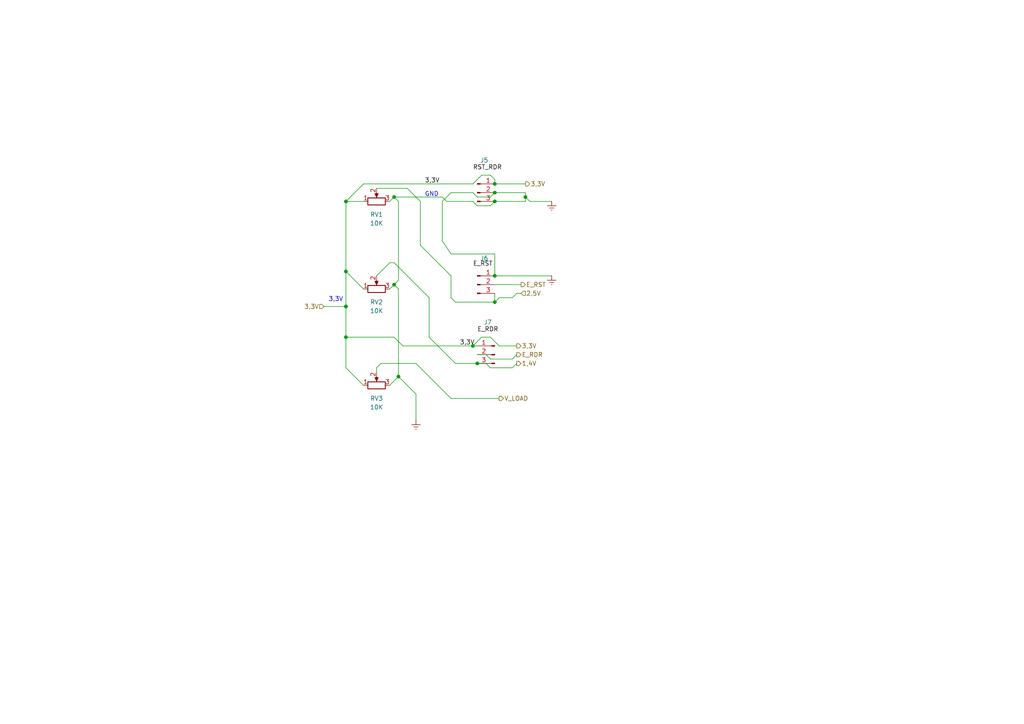
<source format=kicad_sch>
(kicad_sch (version 20250114) (generator "eeschema") (generator_version "9.0")
  (paper "A4")
  (title_block (title "PROJETO IR2_B2_UFAM") (date "07/08/2025") (rev "REV 0") (company "UFAM-UFMG") (comment 1 "1 - Software Proteus substituído pelo Software Kicad 9.0") (comment 2 "2 - Incluído Amplificafor de Instrumentação para reduzir ruídos") (comment 3 "3 - Incluídos conectores para cabos entrelaçados") (comment 4 "4 - Análise de 4 camadas para reduzir ruídos"))
  (lib_symbols
    (symbol "Connector:Conn_01x03_Pin" (pin_names (offset 1.016) (hide yes))
      (property "Reference" "J" (at 0 5.08 0))
      (property "Value" "Conn_01x03_Pin" (at 0 -5.08 0))
      (symbol "Conn_01x03_Pin_1_1"
        (rectangle (start 0.8636 2.667) (end 0 2.413) (stroke (width 0.1524)) (fill (type outline)))
        (rectangle (start 0.8636 0.127) (end 0 -0.127) (stroke (width 0.1524)) (fill (type outline)))
        (rectangle (start 0.8636 -2.413) (end 0 -2.667) (stroke (width 0.1524)) (fill (type outline)))
        (polyline (pts (xy 1.27 2.54) (xy 0.8636 2.54)) (stroke (width 0.1524)))
        (polyline (pts (xy 1.27 0) (xy 0.8636 0)) (stroke (width 0.1524)))
        (polyline (pts (xy 1.27 -2.54) (xy 0.8636 -2.54)) (stroke (width 0.1524)))
        (pin passive line (at 5.08 2.54 180) (length 3.81) (name "Pin_1") (number "1"))
        (pin passive line (at 5.08 0 180) (length 3.81) (name "Pin_2") (number "2"))
        (pin passive line (at 5.08 -2.54 180) (length 3.81) (name "Pin_3") (number "3"))
      )
    )
    (symbol "Device:R_Potentiometer" (pin_names (offset 1.016) (hide yes))
      (property "Reference" "RV" (at -4.445 0 90))
      (property "Value" "R_Potentiometer" (at -2.54 0 90))
      (symbol "R_Potentiometer_0_1"
        (rectangle (start 1.016 2.54) (end -1.016 -2.54) (stroke (width 0.254)))
        (polyline (pts (xy 1.143 0) (xy 2.286 0.508) (xy 2.286 -0.508) (xy 1.143 0)) (fill (type outline)))
        (polyline (pts (xy 2.54 0) (xy 1.524 0)))
      )
      (symbol "R_Potentiometer_1_1"
        (pin passive line (at 0 3.81 270) (length 1.27) (name "1") (number "1"))
        (pin passive line (at 0 -3.81 90) (length 1.27) (name "3") (number "3"))
        (pin passive line (at 3.81 0 180) (length 1.27) (name "2") (number "2"))
      )
    )
    (symbol "power:Earth" (power) (pin_numbers (hide yes)) (pin_names (offset 0) (hide yes))
      (property "Value" "Earth" (at 0 -3.81 0))
      (symbol "Earth_0_1"
        (polyline (pts (xy -0.635 -1.905) (xy 0.635 -1.905)))
        (polyline (pts (xy -0.127 -2.54) (xy 0.127 -2.54)))
        (polyline (pts (xy 0 -1.27) (xy 0 0)))
        (polyline (pts (xy 1.27 -1.27) (xy -1.27 -1.27)))
      )
      (symbol "Earth_1_1"
        (pin power_in line (at 0 0 270) (length 0) (name "~") (number "1"))
      )
    )
  )
  (text "3,3V" (at 95.25 87.63 0) (effects (font (size 1.27 1.27)) (justify left bottom)))
  (text "GND" (at 123.19 57.15 0) (effects (font (size 1.27 1.27)) (justify left bottom)))
  (junction (at 100.33 58.42))
  (junction (at 143.51 58.42))
  (junction (at 100.33 88.9))
  (junction (at 114.3 57.15))
  (junction (at 143.51 53.34))
  (junction (at 152.4 57.15))
  (junction (at 114.3 82.55))
  (junction (at 138.43 105.41))
  (junction (at 143.51 80.01))
  (junction (at 143.51 55.88))
  (junction (at 137.16 100.33))
  (junction (at 115.57 109.22))
  (junction (at 100.33 97.79))
  (junction (at 143.51 87.63))
  (junction (at 100.33 78.74))
  (wire (pts (xy 149.86 100.33) (xy 144.78 100.33)))
  (wire (pts (xy 124.46 86.36) (xy 114.3 76.2)))
  (wire (pts (xy 130.81 55.88) (xy 128.27 58.42)))
  (wire (pts (xy 132.08 87.63) (xy 143.51 87.63)))
  (wire (pts (xy 148.59 86.36) (xy 144.78 86.36)))
  (wire (pts (xy 143.51 82.55) (xy 151.13 82.55)))
  (wire (pts (xy 113.03 83.82) (xy 114.3 82.55)))
  (wire (pts (xy 110.49 105.41) (xy 120.65 105.41)))
  (wire (pts (xy 143.51 80.01) (xy 160.02 80.01)))
  (wire (pts (xy 137.16 53.34) (xy 105.41 53.34)))
  (wire (pts (xy 139.7 97.79) (xy 142.24 97.79)))
  (wire (pts (xy 115.57 81.28) (xy 115.57 58.42)))
  (wire (pts (xy 124.46 97.79) (xy 124.46 86.36)))
  (wire (pts (xy 120.65 114.3) (xy 115.57 109.22)))
  (wire (pts (xy 151.13 85.09) (xy 149.86 85.09)))
  (wire (pts (xy 109.22 54.61) (xy 118.11 54.61)))
  (wire (pts (xy 140.97 105.41) (xy 142.24 106.68)))
  (wire (pts (xy 138.43 57.15) (xy 142.24 57.15)))
  (wire (pts (xy 142.24 106.68) (xy 148.59 106.68)))
  (wire (pts (xy 93.98 88.9) (xy 100.33 88.9)))
  (wire (pts (xy 160.02 58.42) (xy 153.67 58.42)))
  (wire (pts (xy 116.84 100.33) (xy 137.16 100.33)))
  (wire (pts (xy 137.16 55.88) (xy 130.81 55.88)))
  (wire (pts (xy 149.86 85.09) (xy 148.59 86.36)))
  (wire (pts (xy 100.33 97.79) (xy 100.33 106.68)))
  (wire (pts (xy 128.27 58.42) (xy 128.27 69.85)))
  (wire (pts (xy 139.7 50.8) (xy 142.24 50.8)))
  (wire (pts (xy 116.84 100.33) (xy 114.3 97.79)))
  (wire (pts (xy 120.65 121.92) (xy 120.65 114.3)))
  (wire (pts (xy 120.65 105.41) (xy 130.81 115.57)))
  (wire (pts (xy 144.78 86.36) (xy 143.51 87.63)))
  (wire (pts (xy 130.81 115.57) (xy 144.78 115.57)))
  (wire (pts (xy 100.33 88.9) (xy 100.33 97.79)))
  (wire (pts (xy 129.54 58.42) (xy 137.16 58.42)))
  (wire (pts (xy 105.41 53.34) (xy 100.33 58.42)))
  (wire (pts (xy 138.43 102.87) (xy 140.97 102.87)))
  (wire (pts (xy 143.51 52.07) (xy 143.51 53.34)))
  (wire (pts (xy 100.33 58.42) (xy 100.33 78.74)))
  (wire (pts (xy 148.59 104.14) (xy 149.86 102.87)))
  (wire (pts (xy 121.92 58.42) (xy 121.92 71.12)))
  (wire (pts (xy 113.03 111.76) (xy 115.57 109.22)))
  (wire (pts (xy 152.4 55.88) (xy 152.4 57.15)))
  (wire (pts (xy 132.08 105.41) (xy 138.43 105.41)))
  (wire (pts (xy 143.51 53.34) (xy 152.4 53.34)))
  (wire (pts (xy 137.16 55.88) (xy 138.43 57.15)))
  (wire (pts (xy 109.22 107.95) (xy 109.22 106.68)))
  (wire (pts (xy 118.11 54.61) (xy 121.92 58.42)))
  (wire (pts (xy 105.41 111.76) (xy 100.33 106.68)))
  (wire (pts (xy 148.59 106.68) (xy 149.86 105.41)))
  (wire (pts (xy 130.81 73.66) (xy 143.51 73.66)))
  (wire (pts (xy 143.51 73.66) (xy 143.51 80.01)))
  (wire (pts (xy 114.3 76.2) (xy 113.03 76.2)))
  (wire (pts (xy 121.92 71.12) (xy 130.81 80.01)))
  (wire (pts (xy 142.24 50.8) (xy 143.51 52.07)))
  (wire (pts (xy 142.24 59.69) (xy 143.51 58.42)))
  (wire (pts (xy 142.24 97.79) (xy 144.78 100.33)))
  (wire (pts (xy 143.51 55.88) (xy 152.4 55.88)))
  (wire (pts (xy 142.24 57.15) (xy 143.51 55.88)))
  (wire (pts (xy 143.51 58.42) (xy 152.4 58.42)))
  (wire (pts (xy 137.16 100.33) (xy 138.43 100.33)))
  (wire (pts (xy 132.08 105.41) (xy 124.46 97.79)))
  (wire (pts (xy 129.54 58.42) (xy 128.27 57.15)))
  (wire (pts (xy 115.57 83.82) (xy 114.3 82.55)))
  (wire (pts (xy 130.81 86.36) (xy 132.08 87.63)))
  (wire (pts (xy 114.3 57.15) (xy 113.03 58.42)))
  (wire (pts (xy 100.33 78.74) (xy 105.41 83.82)))
  (wire (pts (xy 130.81 80.01) (xy 130.81 86.36)))
  (wire (pts (xy 109.22 106.68) (xy 110.49 105.41)))
  (wire (pts (xy 143.51 87.63) (xy 143.51 85.09)))
  (wire (pts (xy 100.33 97.79) (xy 114.3 97.79)))
  (wire (pts (xy 100.33 78.74) (xy 100.33 88.9)))
  (wire (pts (xy 128.27 57.15) (xy 114.3 57.15)))
  (wire (pts (xy 140.97 102.87) (xy 142.24 104.14)))
  (wire (pts (xy 100.33 58.42) (xy 105.41 58.42)))
  (wire (pts (xy 137.16 53.34) (xy 139.7 50.8)))
  (wire (pts (xy 142.24 104.14) (xy 148.59 104.14)))
  (wire (pts (xy 152.4 57.15) (xy 152.4 58.42)))
  (wire (pts (xy 137.16 58.42) (xy 138.43 59.69)))
  (wire (pts (xy 128.27 69.85) (xy 130.81 73.66)))
  (wire (pts (xy 114.3 82.55) (xy 115.57 81.28)))
  (wire (pts (xy 115.57 109.22) (xy 115.57 83.82)))
  (wire (pts (xy 138.43 105.41) (xy 140.97 105.41)))
  (wire (pts (xy 113.03 76.2) (xy 109.22 80.01)))
  (wire (pts (xy 139.7 97.79) (xy 137.16 100.33)))
  (wire (pts (xy 153.67 58.42) (xy 152.4 57.15)))
  (wire (pts (xy 138.43 59.69) (xy 142.24 59.69)))
  (wire (pts (xy 115.57 58.42) (xy 114.3 57.15)))
  (label "E_RST" (at 137.16 77.47 0))
  (label "3,3V" (at 133.35 100.33 0))
  (label "RST_RDR" (at 137.16 49.53 0))
  (label "E_RDR" (at 138.43 96.52 0))
  (label "3,3V" (at 123.19 53.34 0))
  (hierarchical_label "2,5V" (shape input) (at 151.13 85.09 0))
  (hierarchical_label "1,4V" (shape output) (at 149.86 105.41 0))
  (hierarchical_label "3,3V" (shape input) (at 93.98 88.9 180))
  (hierarchical_label "3,3V" (shape output) (at 149.86 100.33 0))
  (hierarchical_label "E_RST" (shape output) (at 151.13 82.55 0))
  (hierarchical_label "E_RDR" (shape output) (at 149.86 102.87 0))
  (hierarchical_label "3,3V" (shape output) (at 152.4 53.34 0))
  (hierarchical_label "V_LOAD" (shape output) (at 144.78 115.57 0))
  (symbol (lib_id "Connector:Conn_01x03_Pin") (at 143.51 102.87 0) (mirror y) (unit 1)
    (property "Reference" "J7" (at 141.478 93.472 0))
    (property "Value" "Conn_01x03_Pin" (effects (hide yes)))
    (property "Footprint" "Connector_JST:JST_EH_B3B-EH-A_1x03_P2.50mm_Vertical" (effects (hide yes)))
    (property "Description" "Generic connector, single row, 01x03, script generated" (effects (hide yes)))
  )
  (symbol (lib_id "power:Earth") (at 120.65 121.92 0) (unit 1)
    (property "Reference" "#PWR029" (effects (hide yes)))
    (property "Value" "Earth" (effects (hide yes)))
    (property "Description" "Power symbol creates a global label with name \"Earth\"" (effects (hide yes)))
  )
  (symbol (lib_id "Device:R_Potentiometer") (at 109.22 83.82 90) (unit 1)
    (property "Reference" "RV2" (at 109.22 87.63 90))
    (property "Value" "10K" (at 109.22 90.17 90))
    (property "Footprint" "Potentiometer_THT:Potentiometer_Bourns_3296W_Vertical" (effects (hide yes)))
    (property "Description" "Potentiometer" (effects (hide yes)))
  )
  (symbol (lib_id "Device:R_Potentiometer") (at 109.22 58.42 90) (unit 1)
    (property "Reference" "RV1" (at 109.22 62.23 90))
    (property "Value" "10K" (at 109.22 64.77 90))
    (property "Footprint" "Potentiometer_THT:Potentiometer_Bourns_3296W_Vertical" (effects (hide yes)))
    (property "Description" "Potentiometer" (effects (hide yes)))
  )
  (symbol (lib_id "power:Earth") (at 160.02 58.42 0) (unit 1)
    (property "Reference" "#PWR030" (effects (hide yes)))
    (property "Value" "Earth" (effects (hide yes)))
    (property "Description" "Power symbol creates a global label with name \"Earth\"" (effects (hide yes)))
  )
  (symbol (lib_id "power:Earth") (at 160.02 80.01 0) (unit 1)
    (property "Reference" "#PWR031" (effects (hide yes)))
    (property "Value" "Earth" (effects (hide yes)))
    (property "Description" "Power symbol creates a global label with name \"Earth\"" (effects (hide yes)))
  )
  (symbol (lib_id "Connector:Conn_01x03_Pin") (at 138.43 82.55 0) (unit 1)
    (property "Reference" "J6" (at 140.462 74.93 0))
    (property "Value" "Conn_01x03_Pin" (effects (hide yes)))
    (property "Footprint" "Connector_JST:JST_EH_B3B-EH-A_1x03_P2.50mm_Vertical" (effects (hide yes)))
    (property "Description" "Generic connector, single row, 01x03, script generated" (effects (hide yes)))
  )
  (symbol (lib_id "Device:R_Potentiometer") (at 109.22 111.76 90) (unit 1)
    (property "Reference" "RV3" (at 109.22 115.57 90))
    (property "Value" "10K" (at 109.22 118.11 90))
    (property "Footprint" "Potentiometer_THT:Potentiometer_Bourns_3296W_Vertical" (effects (hide yes)))
    (property "Description" "Potentiometer" (effects (hide yes)))
  )
  (symbol (lib_id "Connector:Conn_01x03_Pin") (at 138.43 55.88 0) (unit 1)
    (property "Reference" "J5" (at 140.462 46.482 0))
    (property "Value" "Conn_01x03_Pin" (effects (hide yes)))
    (property "Footprint" "Connector_JST:JST_EH_B3B-EH-A_1x03_P2.50mm_Vertical" (effects (hide yes)))
    (property "Description" "Generic connector, single row, 01x03, script generated" (effects (hide yes)))
  )
)
</source>
